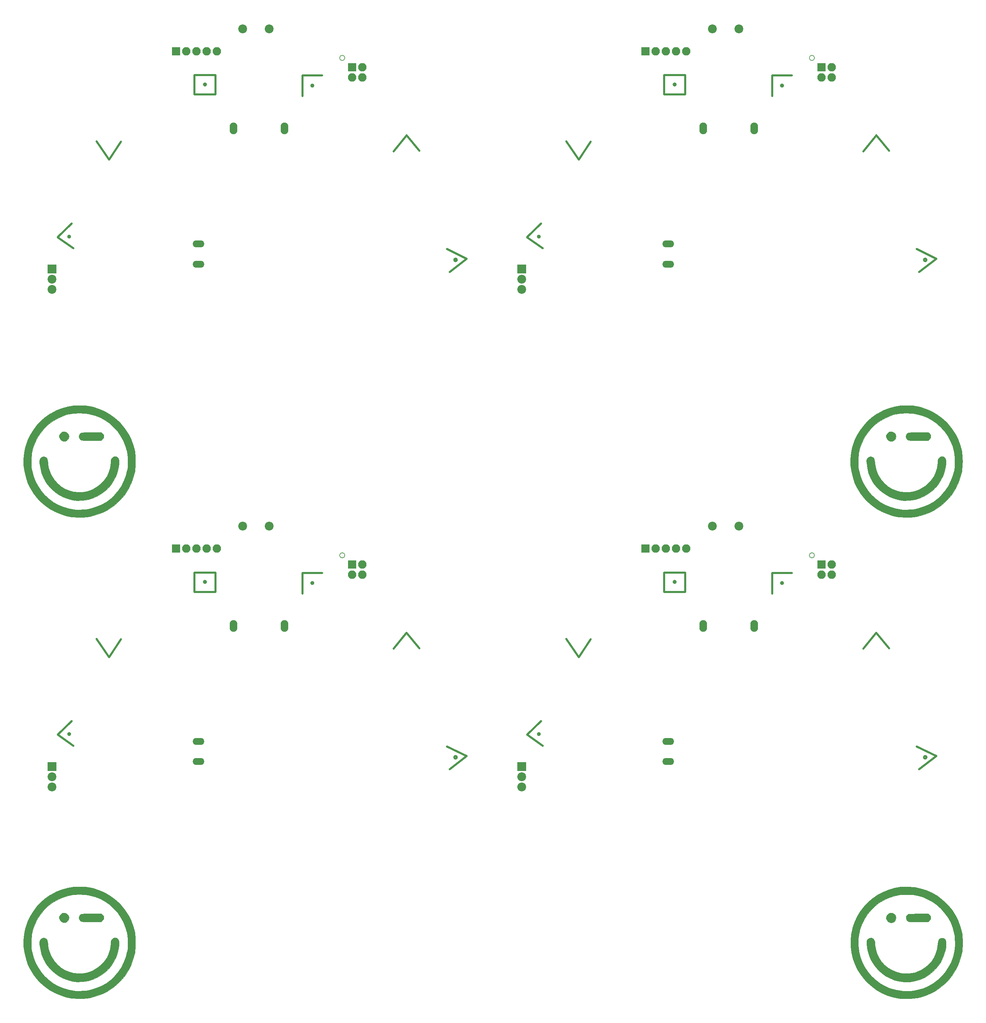
<source format=gbs>
G04 #@! TF.FileFunction,Soldermask,Bot*
%FSLAX46Y46*%
G04 Gerber Fmt 4.6, Leading zero omitted, Abs format (unit mm)*
G04 Created by KiCad (PCBNEW 4.0.7-e2-6376~58~ubuntu16.04.1) date Sat Nov  3 10:39:17 2018*
%MOMM*%
%LPD*%
G01*
G04 APERTURE LIST*
%ADD10C,0.150000*%
%ADD11C,0.500000*%
%ADD12C,0.200000*%
%ADD13C,0.010000*%
%ADD14R,2.200000X2.200000*%
%ADD15C,2.200000*%
%ADD16O,2.924000X1.700000*%
%ADD17R,2.100000X2.100000*%
%ADD18O,2.100000X2.100000*%
%ADD19O,1.900000X2.924000*%
G04 APERTURE END LIST*
D10*
D11*
X246000000Y-129575000D02*
X250900000Y-131975000D01*
X129000000Y-129575000D02*
X133900000Y-131975000D01*
X246000000Y-5575000D02*
X250900000Y-7975000D01*
X250900000Y-131975000D02*
X246600000Y-135300000D01*
X133900000Y-131975000D02*
X129600000Y-135300000D01*
X250900000Y-7975000D02*
X246600000Y-11300000D01*
X248428824Y-132275000D02*
G75*
G03X248428824Y-132275000I-328824J0D01*
G01*
X131428824Y-132275000D02*
G75*
G03X131428824Y-132275000I-328824J0D01*
G01*
X248428824Y-8275000D02*
G75*
G03X248428824Y-8275000I-328824J0D01*
G01*
X152087171Y-126475000D02*
G75*
G03X152087171Y-126475000I-237171J0D01*
G01*
X35087171Y-126475000D02*
G75*
G03X35087171Y-126475000I-237171J0D01*
G01*
X152087171Y-2475000D02*
G75*
G03X152087171Y-2475000I-237171J0D01*
G01*
X148975000Y-126625000D02*
X152450000Y-123225000D01*
X31975000Y-126625000D02*
X35450000Y-123225000D01*
X148975000Y-2625000D02*
X152450000Y775000D01*
X148975000Y-126650000D02*
X152875000Y-129400000D01*
X31975000Y-126650000D02*
X35875000Y-129400000D01*
X148975000Y-2650000D02*
X152875000Y-5400000D01*
X161800000Y-107300000D02*
X164750000Y-102825000D01*
X44800000Y-107300000D02*
X47750000Y-102825000D01*
X161800000Y16700000D02*
X164750000Y21175000D01*
X161775000Y-107300000D02*
X158700000Y-102725000D01*
X44775000Y-107300000D02*
X41700000Y-102725000D01*
X161775000Y16700000D02*
X158700000Y21275000D01*
X235900000Y-101250000D02*
X232700000Y-105225000D01*
X118900000Y-101250000D02*
X115700000Y-105225000D01*
X235900000Y22750000D02*
X232700000Y18775000D01*
X235925000Y-101200000D02*
X239075000Y-105100000D01*
X118925000Y-101200000D02*
X122075000Y-105100000D01*
X235925000Y22800000D02*
X239075000Y18900000D01*
X183075000Y-86200000D02*
X188325000Y-86200000D01*
X66075000Y-86200000D02*
X71325000Y-86200000D01*
X183075000Y37800000D02*
X188325000Y37800000D01*
X188325000Y-86200000D02*
X188325000Y-91050000D01*
X71325000Y-86200000D02*
X71325000Y-91050000D01*
X188325000Y37800000D02*
X188325000Y32950000D01*
X188325000Y-91050000D02*
X183100000Y-91025000D01*
X71325000Y-91050000D02*
X66100000Y-91025000D01*
X188325000Y32950000D02*
X183100000Y32975000D01*
X183100000Y-91025000D02*
X183050000Y-91025000D01*
X66100000Y-91025000D02*
X66050000Y-91025000D01*
X183100000Y32975000D02*
X183050000Y32975000D01*
X183050000Y-91025000D02*
X183050000Y-86200000D01*
X66050000Y-91025000D02*
X66050000Y-86200000D01*
X183050000Y32975000D02*
X183050000Y37800000D01*
X185932391Y-88550000D02*
G75*
G03X185932391Y-88550000I-257391J0D01*
G01*
X68932391Y-88550000D02*
G75*
G03X68932391Y-88550000I-257391J0D01*
G01*
X185932391Y35450000D02*
G75*
G03X185932391Y35450000I-257391J0D01*
G01*
X212675000Y-88825000D02*
G75*
G03X212675000Y-88825000I-250000J0D01*
G01*
X95675000Y-88825000D02*
G75*
G03X95675000Y-88825000I-250000J0D01*
G01*
X212675000Y35175000D02*
G75*
G03X212675000Y35175000I-250000J0D01*
G01*
X209975000Y-91450000D02*
X209975000Y-86325000D01*
X92975000Y-91450000D02*
X92975000Y-86325000D01*
X209975000Y32550000D02*
X209975000Y37675000D01*
X209975000Y-86325000D02*
X214925000Y-86325000D01*
X92975000Y-86325000D02*
X97925000Y-86325000D01*
X209975000Y37675000D02*
X214925000Y37675000D01*
D12*
X220525000Y-81925000D02*
G75*
G03X220525000Y-81925000I-650000J0D01*
G01*
X103525000Y-81925000D02*
G75*
G03X103525000Y-81925000I-650000J0D01*
G01*
X220525000Y42075000D02*
G75*
G03X220525000Y42075000I-650000J0D01*
G01*
X103525000Y42075000D02*
G75*
G03X103525000Y42075000I-650000J0D01*
G01*
D11*
X92975000Y37675000D02*
X97925000Y37675000D01*
X92975000Y32550000D02*
X92975000Y37675000D01*
X95675000Y35175000D02*
G75*
G03X95675000Y35175000I-250000J0D01*
G01*
X68932391Y35450000D02*
G75*
G03X68932391Y35450000I-257391J0D01*
G01*
X66050000Y32975000D02*
X66050000Y37800000D01*
X66100000Y32975000D02*
X66050000Y32975000D01*
X71325000Y32950000D02*
X66100000Y32975000D01*
X71325000Y37800000D02*
X71325000Y32950000D01*
X66075000Y37800000D02*
X71325000Y37800000D01*
X118925000Y22800000D02*
X122075000Y18900000D01*
X118900000Y22750000D02*
X115700000Y18775000D01*
X44775000Y16700000D02*
X41700000Y21275000D01*
X44800000Y16700000D02*
X47750000Y21175000D01*
X31975000Y-2650000D02*
X35875000Y-5400000D01*
X31975000Y-2625000D02*
X35450000Y775000D01*
X35087171Y-2475000D02*
G75*
G03X35087171Y-2475000I-237171J0D01*
G01*
X131428824Y-8275000D02*
G75*
G03X131428824Y-8275000I-328824J0D01*
G01*
X133900000Y-7975000D02*
X129600000Y-11300000D01*
X129000000Y-5575000D02*
X133900000Y-7975000D01*
D13*
G36*
X244431395Y-192404411D02*
X245199389Y-192348772D01*
X245878065Y-192265492D01*
X246225750Y-192202015D01*
X247732978Y-191795915D01*
X249160835Y-191244065D01*
X250501969Y-190553971D01*
X251749032Y-189733136D01*
X252894673Y-188789066D01*
X253931543Y-187729264D01*
X254852291Y-186561234D01*
X255649568Y-185292482D01*
X256316024Y-183930511D01*
X256844308Y-182482827D01*
X257223966Y-180972666D01*
X257294261Y-180488619D01*
X257344047Y-179878817D01*
X257373361Y-179185591D01*
X257382237Y-178451270D01*
X257370713Y-177718181D01*
X257338824Y-177028654D01*
X257286605Y-176425018D01*
X257219732Y-175977333D01*
X256837823Y-174470816D01*
X256306517Y-173030450D01*
X255631737Y-171667539D01*
X254819406Y-170393383D01*
X253875447Y-169219285D01*
X253431757Y-168749219D01*
X252267500Y-167688222D01*
X251025175Y-166776461D01*
X249708236Y-166015704D01*
X248320135Y-165407719D01*
X246864323Y-164954276D01*
X245484569Y-164677584D01*
X244937799Y-164614740D01*
X244292155Y-164571117D01*
X243604927Y-164548056D01*
X242933409Y-164546898D01*
X242334891Y-164568983D01*
X242013094Y-164596330D01*
X240544484Y-164844181D01*
X239088841Y-165250392D01*
X237675632Y-165804798D01*
X236334324Y-166497233D01*
X236103769Y-166635152D01*
X234927862Y-167450895D01*
X233833447Y-168403542D01*
X232833908Y-169474961D01*
X231942634Y-170647021D01*
X231173011Y-171901590D01*
X230538425Y-173220538D01*
X230052265Y-174585733D01*
X229943196Y-174979052D01*
X229639911Y-176474752D01*
X229501898Y-177974809D01*
X229507400Y-178317189D01*
X231409711Y-178317189D01*
X231437937Y-177538136D01*
X231501748Y-176823045D01*
X231550668Y-176485333D01*
X231867681Y-175113578D01*
X232335216Y-173806660D01*
X232943755Y-172574096D01*
X233683779Y-171425402D01*
X234545768Y-170370093D01*
X235520205Y-169417683D01*
X236597569Y-168577690D01*
X237768343Y-167859628D01*
X239023008Y-167273013D01*
X240352045Y-166827361D01*
X241460334Y-166579095D01*
X241883688Y-166527792D01*
X242430161Y-166495922D01*
X243057563Y-166482693D01*
X243723708Y-166487315D01*
X244386409Y-166508996D01*
X245003479Y-166546947D01*
X245532731Y-166600376D01*
X245905334Y-166662414D01*
X247298906Y-167047720D01*
X248591738Y-167565951D01*
X249795709Y-168223576D01*
X250922699Y-169027068D01*
X251964784Y-169963118D01*
X252932166Y-171037376D01*
X253746257Y-172180919D01*
X254411249Y-173401460D01*
X254931332Y-174706711D01*
X255310698Y-176104384D01*
X255316322Y-176130715D01*
X255419722Y-176778312D01*
X255485577Y-177537347D01*
X255513455Y-178354043D01*
X255502924Y-179174621D01*
X255453549Y-179945305D01*
X255364901Y-180612315D01*
X255352872Y-180676333D01*
X254998700Y-182073319D01*
X254498538Y-183396175D01*
X253861018Y-184636065D01*
X253094771Y-185784154D01*
X252208428Y-186831606D01*
X251210620Y-187769585D01*
X250109979Y-188589256D01*
X248915136Y-189281782D01*
X247634723Y-189838329D01*
X246277370Y-190250060D01*
X245922182Y-190330351D01*
X245186968Y-190451347D01*
X244360190Y-190530939D01*
X243506646Y-190566267D01*
X242691138Y-190554472D01*
X242045107Y-190501434D01*
X240634524Y-190242491D01*
X239289473Y-189832429D01*
X238018787Y-189279688D01*
X236831299Y-188592707D01*
X235735844Y-187779926D01*
X234741255Y-186849785D01*
X233856365Y-185810725D01*
X233090008Y-184671184D01*
X232451019Y-183439602D01*
X231948229Y-182124421D01*
X231590474Y-180734078D01*
X231540075Y-180464666D01*
X231460627Y-179837800D01*
X231417223Y-179102858D01*
X231409711Y-178317189D01*
X229507400Y-178317189D01*
X229525885Y-179467231D01*
X229708602Y-180940024D01*
X230046778Y-182381197D01*
X230537142Y-183778756D01*
X231176424Y-185120710D01*
X231961353Y-186395066D01*
X232888658Y-187589830D01*
X233586815Y-188338666D01*
X234752760Y-189387870D01*
X235996321Y-190288234D01*
X237313061Y-191037505D01*
X238698542Y-191633431D01*
X240148327Y-192073757D01*
X241437918Y-192325495D01*
X242077344Y-192392951D01*
X242821789Y-192427754D01*
X243622667Y-192431156D01*
X244431395Y-192404411D01*
X244431395Y-192404411D01*
G37*
X244431395Y-192404411D02*
X245199389Y-192348772D01*
X245878065Y-192265492D01*
X246225750Y-192202015D01*
X247732978Y-191795915D01*
X249160835Y-191244065D01*
X250501969Y-190553971D01*
X251749032Y-189733136D01*
X252894673Y-188789066D01*
X253931543Y-187729264D01*
X254852291Y-186561234D01*
X255649568Y-185292482D01*
X256316024Y-183930511D01*
X256844308Y-182482827D01*
X257223966Y-180972666D01*
X257294261Y-180488619D01*
X257344047Y-179878817D01*
X257373361Y-179185591D01*
X257382237Y-178451270D01*
X257370713Y-177718181D01*
X257338824Y-177028654D01*
X257286605Y-176425018D01*
X257219732Y-175977333D01*
X256837823Y-174470816D01*
X256306517Y-173030450D01*
X255631737Y-171667539D01*
X254819406Y-170393383D01*
X253875447Y-169219285D01*
X253431757Y-168749219D01*
X252267500Y-167688222D01*
X251025175Y-166776461D01*
X249708236Y-166015704D01*
X248320135Y-165407719D01*
X246864323Y-164954276D01*
X245484569Y-164677584D01*
X244937799Y-164614740D01*
X244292155Y-164571117D01*
X243604927Y-164548056D01*
X242933409Y-164546898D01*
X242334891Y-164568983D01*
X242013094Y-164596330D01*
X240544484Y-164844181D01*
X239088841Y-165250392D01*
X237675632Y-165804798D01*
X236334324Y-166497233D01*
X236103769Y-166635152D01*
X234927862Y-167450895D01*
X233833447Y-168403542D01*
X232833908Y-169474961D01*
X231942634Y-170647021D01*
X231173011Y-171901590D01*
X230538425Y-173220538D01*
X230052265Y-174585733D01*
X229943196Y-174979052D01*
X229639911Y-176474752D01*
X229501898Y-177974809D01*
X229507400Y-178317189D01*
X231409711Y-178317189D01*
X231437937Y-177538136D01*
X231501748Y-176823045D01*
X231550668Y-176485333D01*
X231867681Y-175113578D01*
X232335216Y-173806660D01*
X232943755Y-172574096D01*
X233683779Y-171425402D01*
X234545768Y-170370093D01*
X235520205Y-169417683D01*
X236597569Y-168577690D01*
X237768343Y-167859628D01*
X239023008Y-167273013D01*
X240352045Y-166827361D01*
X241460334Y-166579095D01*
X241883688Y-166527792D01*
X242430161Y-166495922D01*
X243057563Y-166482693D01*
X243723708Y-166487315D01*
X244386409Y-166508996D01*
X245003479Y-166546947D01*
X245532731Y-166600376D01*
X245905334Y-166662414D01*
X247298906Y-167047720D01*
X248591738Y-167565951D01*
X249795709Y-168223576D01*
X250922699Y-169027068D01*
X251964784Y-169963118D01*
X252932166Y-171037376D01*
X253746257Y-172180919D01*
X254411249Y-173401460D01*
X254931332Y-174706711D01*
X255310698Y-176104384D01*
X255316322Y-176130715D01*
X255419722Y-176778312D01*
X255485577Y-177537347D01*
X255513455Y-178354043D01*
X255502924Y-179174621D01*
X255453549Y-179945305D01*
X255364901Y-180612315D01*
X255352872Y-180676333D01*
X254998700Y-182073319D01*
X254498538Y-183396175D01*
X253861018Y-184636065D01*
X253094771Y-185784154D01*
X252208428Y-186831606D01*
X251210620Y-187769585D01*
X250109979Y-188589256D01*
X248915136Y-189281782D01*
X247634723Y-189838329D01*
X246277370Y-190250060D01*
X245922182Y-190330351D01*
X245186968Y-190451347D01*
X244360190Y-190530939D01*
X243506646Y-190566267D01*
X242691138Y-190554472D01*
X242045107Y-190501434D01*
X240634524Y-190242491D01*
X239289473Y-189832429D01*
X238018787Y-189279688D01*
X236831299Y-188592707D01*
X235735844Y-187779926D01*
X234741255Y-186849785D01*
X233856365Y-185810725D01*
X233090008Y-184671184D01*
X232451019Y-183439602D01*
X231948229Y-182124421D01*
X231590474Y-180734078D01*
X231540075Y-180464666D01*
X231460627Y-179837800D01*
X231417223Y-179102858D01*
X231409711Y-178317189D01*
X229507400Y-178317189D01*
X229525885Y-179467231D01*
X229708602Y-180940024D01*
X230046778Y-182381197D01*
X230537142Y-183778756D01*
X231176424Y-185120710D01*
X231961353Y-186395066D01*
X232888658Y-187589830D01*
X233586815Y-188338666D01*
X234752760Y-189387870D01*
X235996321Y-190288234D01*
X237313061Y-191037505D01*
X238698542Y-191633431D01*
X240148327Y-192073757D01*
X241437918Y-192325495D01*
X242077344Y-192392951D01*
X242821789Y-192427754D01*
X243622667Y-192431156D01*
X244431395Y-192404411D01*
G36*
X239896409Y-173475033D02*
X240246295Y-173325652D01*
X240537375Y-173070806D01*
X240739998Y-172723738D01*
X240824517Y-172297687D01*
X240825334Y-172249198D01*
X240748191Y-171846356D01*
X240538232Y-171504608D01*
X240227657Y-171247067D01*
X239848669Y-171096845D01*
X239433468Y-171077055D01*
X239246436Y-171115965D01*
X238988867Y-171254045D01*
X238724562Y-171491362D01*
X238509010Y-171769663D01*
X238404239Y-172000109D01*
X238387159Y-172402465D01*
X238524721Y-172804725D01*
X238790395Y-173157983D01*
X239138811Y-173404439D01*
X239517365Y-173505709D01*
X239896409Y-173475033D01*
X239896409Y-173475033D01*
G37*
X239896409Y-173475033D02*
X240246295Y-173325652D01*
X240537375Y-173070806D01*
X240739998Y-172723738D01*
X240824517Y-172297687D01*
X240825334Y-172249198D01*
X240748191Y-171846356D01*
X240538232Y-171504608D01*
X240227657Y-171247067D01*
X239848669Y-171096845D01*
X239433468Y-171077055D01*
X239246436Y-171115965D01*
X238988867Y-171254045D01*
X238724562Y-171491362D01*
X238509010Y-171769663D01*
X238404239Y-172000109D01*
X238387159Y-172402465D01*
X238524721Y-172804725D01*
X238790395Y-173157983D01*
X239138811Y-173404439D01*
X239517365Y-173505709D01*
X239896409Y-173475033D01*
G36*
X246075041Y-173300012D02*
X246610468Y-173294664D01*
X248881936Y-173268000D01*
X249171635Y-172951743D01*
X249356707Y-172719853D01*
X249441740Y-172506399D01*
X249461334Y-172244777D01*
X249440142Y-171971950D01*
X249352079Y-171770287D01*
X249173467Y-171566200D01*
X248885600Y-171278333D01*
X246442967Y-171281723D01*
X245697330Y-171284358D01*
X245103224Y-171290518D01*
X244642866Y-171301029D01*
X244298476Y-171316718D01*
X244052271Y-171338412D01*
X243886471Y-171366938D01*
X243783294Y-171403122D01*
X243778632Y-171405595D01*
X243514569Y-171637469D01*
X243359784Y-171959071D01*
X243321378Y-172325096D01*
X243406454Y-172690237D01*
X243541434Y-172918706D01*
X243645444Y-173032179D01*
X243771998Y-173122166D01*
X243940209Y-173191009D01*
X244169189Y-173241050D01*
X244478050Y-173274629D01*
X244885904Y-173294089D01*
X245411864Y-173301769D01*
X246075041Y-173300012D01*
X246075041Y-173300012D01*
G37*
X246075041Y-173300012D02*
X246610468Y-173294664D01*
X248881936Y-173268000D01*
X249171635Y-172951743D01*
X249356707Y-172719853D01*
X249441740Y-172506399D01*
X249461334Y-172244777D01*
X249440142Y-171971950D01*
X249352079Y-171770287D01*
X249173467Y-171566200D01*
X248885600Y-171278333D01*
X246442967Y-171281723D01*
X245697330Y-171284358D01*
X245103224Y-171290518D01*
X244642866Y-171301029D01*
X244298476Y-171316718D01*
X244052271Y-171338412D01*
X243886471Y-171366938D01*
X243783294Y-171403122D01*
X243778632Y-171405595D01*
X243514569Y-171637469D01*
X243359784Y-171959071D01*
X243321378Y-172325096D01*
X243406454Y-172690237D01*
X243541434Y-172918706D01*
X243645444Y-173032179D01*
X243771998Y-173122166D01*
X243940209Y-173191009D01*
X244169189Y-173241050D01*
X244478050Y-173274629D01*
X244885904Y-173294089D01*
X245411864Y-173301769D01*
X246075041Y-173300012D01*
G36*
X244032070Y-188243498D02*
X244269011Y-188222045D01*
X245582801Y-188006465D01*
X246815526Y-187642509D01*
X247970552Y-187128585D01*
X249051247Y-186463098D01*
X250060977Y-185644455D01*
X250398633Y-185321061D01*
X251249234Y-184360407D01*
X251953938Y-183319789D01*
X252516519Y-182192082D01*
X252940753Y-180970161D01*
X253138284Y-180150736D01*
X253215009Y-179671705D01*
X253259539Y-179171292D01*
X253271981Y-178688157D01*
X253252439Y-178260957D01*
X253201017Y-177928352D01*
X253131761Y-177748027D01*
X252856130Y-177468042D01*
X252507325Y-177322107D01*
X252126138Y-177319031D01*
X251773904Y-177454786D01*
X251581758Y-177594093D01*
X251444772Y-177761152D01*
X251350357Y-177989276D01*
X251285925Y-178311774D01*
X251238886Y-178761960D01*
X251228370Y-178898333D01*
X251062188Y-180053970D01*
X250742854Y-181145026D01*
X250277390Y-182161154D01*
X249672817Y-183092008D01*
X248936154Y-183927240D01*
X248074424Y-184656503D01*
X247094646Y-185269449D01*
X246806014Y-185415967D01*
X246230796Y-185680300D01*
X245731076Y-185871409D01*
X245252818Y-186002492D01*
X244741987Y-186086747D01*
X244144546Y-186137373D01*
X243781080Y-186154815D01*
X243205518Y-186169990D01*
X242745720Y-186161978D01*
X242349350Y-186128014D01*
X241964074Y-186065334D01*
X241919743Y-186056490D01*
X240801458Y-185747985D01*
X239757762Y-185295142D01*
X238801089Y-184707038D01*
X237943876Y-183992749D01*
X237198557Y-183161352D01*
X236577568Y-182221924D01*
X236518143Y-182113789D01*
X236153998Y-181369266D01*
X235890383Y-180654486D01*
X235709773Y-179909249D01*
X235594644Y-179073357D01*
X235577223Y-178881580D01*
X235521868Y-178371908D01*
X235446571Y-178000793D01*
X235338782Y-177737618D01*
X235185951Y-177551769D01*
X234975528Y-177412630D01*
X234974965Y-177412339D01*
X234590518Y-177298797D01*
X234207717Y-177354058D01*
X233958688Y-177483098D01*
X233707300Y-177717046D01*
X233556188Y-178027422D01*
X233496501Y-178441183D01*
X233507946Y-178856000D01*
X233685846Y-180187869D01*
X234009230Y-181436755D01*
X234481440Y-182611706D01*
X235105819Y-183721768D01*
X235528438Y-184325422D01*
X236330765Y-185257979D01*
X237243569Y-186080078D01*
X238248845Y-186783689D01*
X239328585Y-187360788D01*
X240464784Y-187803345D01*
X241639435Y-188103334D01*
X242834533Y-188252728D01*
X244032070Y-188243498D01*
X244032070Y-188243498D01*
G37*
X244032070Y-188243498D02*
X244269011Y-188222045D01*
X245582801Y-188006465D01*
X246815526Y-187642509D01*
X247970552Y-187128585D01*
X249051247Y-186463098D01*
X250060977Y-185644455D01*
X250398633Y-185321061D01*
X251249234Y-184360407D01*
X251953938Y-183319789D01*
X252516519Y-182192082D01*
X252940753Y-180970161D01*
X253138284Y-180150736D01*
X253215009Y-179671705D01*
X253259539Y-179171292D01*
X253271981Y-178688157D01*
X253252439Y-178260957D01*
X253201017Y-177928352D01*
X253131761Y-177748027D01*
X252856130Y-177468042D01*
X252507325Y-177322107D01*
X252126138Y-177319031D01*
X251773904Y-177454786D01*
X251581758Y-177594093D01*
X251444772Y-177761152D01*
X251350357Y-177989276D01*
X251285925Y-178311774D01*
X251238886Y-178761960D01*
X251228370Y-178898333D01*
X251062188Y-180053970D01*
X250742854Y-181145026D01*
X250277390Y-182161154D01*
X249672817Y-183092008D01*
X248936154Y-183927240D01*
X248074424Y-184656503D01*
X247094646Y-185269449D01*
X246806014Y-185415967D01*
X246230796Y-185680300D01*
X245731076Y-185871409D01*
X245252818Y-186002492D01*
X244741987Y-186086747D01*
X244144546Y-186137373D01*
X243781080Y-186154815D01*
X243205518Y-186169990D01*
X242745720Y-186161978D01*
X242349350Y-186128014D01*
X241964074Y-186065334D01*
X241919743Y-186056490D01*
X240801458Y-185747985D01*
X239757762Y-185295142D01*
X238801089Y-184707038D01*
X237943876Y-183992749D01*
X237198557Y-183161352D01*
X236577568Y-182221924D01*
X236518143Y-182113789D01*
X236153998Y-181369266D01*
X235890383Y-180654486D01*
X235709773Y-179909249D01*
X235594644Y-179073357D01*
X235577223Y-178881580D01*
X235521868Y-178371908D01*
X235446571Y-178000793D01*
X235338782Y-177737618D01*
X235185951Y-177551769D01*
X234975528Y-177412630D01*
X234974965Y-177412339D01*
X234590518Y-177298797D01*
X234207717Y-177354058D01*
X233958688Y-177483098D01*
X233707300Y-177717046D01*
X233556188Y-178027422D01*
X233496501Y-178441183D01*
X233507946Y-178856000D01*
X233685846Y-180187869D01*
X234009230Y-181436755D01*
X234481440Y-182611706D01*
X235105819Y-183721768D01*
X235528438Y-184325422D01*
X236330765Y-185257979D01*
X237243569Y-186080078D01*
X238248845Y-186783689D01*
X239328585Y-187360788D01*
X240464784Y-187803345D01*
X241639435Y-188103334D01*
X242834533Y-188252728D01*
X244032070Y-188243498D01*
G36*
X38406395Y-192379411D02*
X39174389Y-192323772D01*
X39853065Y-192240492D01*
X40200750Y-192177015D01*
X41707978Y-191770915D01*
X43135835Y-191219065D01*
X44476969Y-190528971D01*
X45724032Y-189708136D01*
X46869673Y-188764066D01*
X47906543Y-187704264D01*
X48827291Y-186536234D01*
X49624568Y-185267482D01*
X50291024Y-183905511D01*
X50819308Y-182457827D01*
X51198966Y-180947666D01*
X51269261Y-180463619D01*
X51319047Y-179853817D01*
X51348361Y-179160591D01*
X51357237Y-178426270D01*
X51345713Y-177693181D01*
X51313824Y-177003654D01*
X51261605Y-176400018D01*
X51194732Y-175952333D01*
X50812823Y-174445816D01*
X50281517Y-173005450D01*
X49606737Y-171642539D01*
X48794406Y-170368383D01*
X47850447Y-169194285D01*
X47406757Y-168724219D01*
X46242500Y-167663222D01*
X45000175Y-166751461D01*
X43683236Y-165990704D01*
X42295135Y-165382719D01*
X40839323Y-164929276D01*
X39459569Y-164652584D01*
X38912799Y-164589740D01*
X38267155Y-164546117D01*
X37579927Y-164523056D01*
X36908409Y-164521898D01*
X36309891Y-164543983D01*
X35988094Y-164571330D01*
X34519484Y-164819181D01*
X33063841Y-165225392D01*
X31650632Y-165779798D01*
X30309324Y-166472233D01*
X30078769Y-166610152D01*
X28902862Y-167425895D01*
X27808447Y-168378542D01*
X26808908Y-169449961D01*
X25917634Y-170622021D01*
X25148011Y-171876590D01*
X24513425Y-173195538D01*
X24027265Y-174560733D01*
X23918196Y-174954052D01*
X23614911Y-176449752D01*
X23476898Y-177949809D01*
X23482400Y-178292189D01*
X25384711Y-178292189D01*
X25412937Y-177513136D01*
X25476748Y-176798045D01*
X25525668Y-176460333D01*
X25842681Y-175088578D01*
X26310216Y-173781660D01*
X26918755Y-172549096D01*
X27658779Y-171400402D01*
X28520768Y-170345093D01*
X29495205Y-169392683D01*
X30572569Y-168552690D01*
X31743343Y-167834628D01*
X32998008Y-167248013D01*
X34327045Y-166802361D01*
X35435334Y-166554095D01*
X35858688Y-166502792D01*
X36405161Y-166470922D01*
X37032563Y-166457693D01*
X37698708Y-166462315D01*
X38361409Y-166483996D01*
X38978479Y-166521947D01*
X39507731Y-166575376D01*
X39880334Y-166637414D01*
X41273906Y-167022720D01*
X42566738Y-167540951D01*
X43770709Y-168198576D01*
X44897699Y-169002068D01*
X45939784Y-169938118D01*
X46907166Y-171012376D01*
X47721257Y-172155919D01*
X48386249Y-173376460D01*
X48906332Y-174681711D01*
X49285698Y-176079384D01*
X49291322Y-176105715D01*
X49394722Y-176753312D01*
X49460577Y-177512347D01*
X49488455Y-178329043D01*
X49477924Y-179149621D01*
X49428549Y-179920305D01*
X49339901Y-180587315D01*
X49327872Y-180651333D01*
X48973700Y-182048319D01*
X48473538Y-183371175D01*
X47836018Y-184611065D01*
X47069771Y-185759154D01*
X46183428Y-186806606D01*
X45185620Y-187744585D01*
X44084979Y-188564256D01*
X42890136Y-189256782D01*
X41609723Y-189813329D01*
X40252370Y-190225060D01*
X39897182Y-190305351D01*
X39161968Y-190426347D01*
X38335190Y-190505939D01*
X37481646Y-190541267D01*
X36666138Y-190529472D01*
X36020107Y-190476434D01*
X34609524Y-190217491D01*
X33264473Y-189807429D01*
X31993787Y-189254688D01*
X30806299Y-188567707D01*
X29710844Y-187754926D01*
X28716255Y-186824785D01*
X27831365Y-185785725D01*
X27065008Y-184646184D01*
X26426019Y-183414602D01*
X25923229Y-182099421D01*
X25565474Y-180709078D01*
X25515075Y-180439666D01*
X25435627Y-179812800D01*
X25392223Y-179077858D01*
X25384711Y-178292189D01*
X23482400Y-178292189D01*
X23500885Y-179442231D01*
X23683602Y-180915024D01*
X24021778Y-182356197D01*
X24512142Y-183753756D01*
X25151424Y-185095710D01*
X25936353Y-186370066D01*
X26863658Y-187564830D01*
X27561815Y-188313666D01*
X28727760Y-189362870D01*
X29971321Y-190263234D01*
X31288061Y-191012505D01*
X32673542Y-191608431D01*
X34123327Y-192048757D01*
X35412918Y-192300495D01*
X36052344Y-192367951D01*
X36796789Y-192402754D01*
X37597667Y-192406156D01*
X38406395Y-192379411D01*
X38406395Y-192379411D01*
G37*
X38406395Y-192379411D02*
X39174389Y-192323772D01*
X39853065Y-192240492D01*
X40200750Y-192177015D01*
X41707978Y-191770915D01*
X43135835Y-191219065D01*
X44476969Y-190528971D01*
X45724032Y-189708136D01*
X46869673Y-188764066D01*
X47906543Y-187704264D01*
X48827291Y-186536234D01*
X49624568Y-185267482D01*
X50291024Y-183905511D01*
X50819308Y-182457827D01*
X51198966Y-180947666D01*
X51269261Y-180463619D01*
X51319047Y-179853817D01*
X51348361Y-179160591D01*
X51357237Y-178426270D01*
X51345713Y-177693181D01*
X51313824Y-177003654D01*
X51261605Y-176400018D01*
X51194732Y-175952333D01*
X50812823Y-174445816D01*
X50281517Y-173005450D01*
X49606737Y-171642539D01*
X48794406Y-170368383D01*
X47850447Y-169194285D01*
X47406757Y-168724219D01*
X46242500Y-167663222D01*
X45000175Y-166751461D01*
X43683236Y-165990704D01*
X42295135Y-165382719D01*
X40839323Y-164929276D01*
X39459569Y-164652584D01*
X38912799Y-164589740D01*
X38267155Y-164546117D01*
X37579927Y-164523056D01*
X36908409Y-164521898D01*
X36309891Y-164543983D01*
X35988094Y-164571330D01*
X34519484Y-164819181D01*
X33063841Y-165225392D01*
X31650632Y-165779798D01*
X30309324Y-166472233D01*
X30078769Y-166610152D01*
X28902862Y-167425895D01*
X27808447Y-168378542D01*
X26808908Y-169449961D01*
X25917634Y-170622021D01*
X25148011Y-171876590D01*
X24513425Y-173195538D01*
X24027265Y-174560733D01*
X23918196Y-174954052D01*
X23614911Y-176449752D01*
X23476898Y-177949809D01*
X23482400Y-178292189D01*
X25384711Y-178292189D01*
X25412937Y-177513136D01*
X25476748Y-176798045D01*
X25525668Y-176460333D01*
X25842681Y-175088578D01*
X26310216Y-173781660D01*
X26918755Y-172549096D01*
X27658779Y-171400402D01*
X28520768Y-170345093D01*
X29495205Y-169392683D01*
X30572569Y-168552690D01*
X31743343Y-167834628D01*
X32998008Y-167248013D01*
X34327045Y-166802361D01*
X35435334Y-166554095D01*
X35858688Y-166502792D01*
X36405161Y-166470922D01*
X37032563Y-166457693D01*
X37698708Y-166462315D01*
X38361409Y-166483996D01*
X38978479Y-166521947D01*
X39507731Y-166575376D01*
X39880334Y-166637414D01*
X41273906Y-167022720D01*
X42566738Y-167540951D01*
X43770709Y-168198576D01*
X44897699Y-169002068D01*
X45939784Y-169938118D01*
X46907166Y-171012376D01*
X47721257Y-172155919D01*
X48386249Y-173376460D01*
X48906332Y-174681711D01*
X49285698Y-176079384D01*
X49291322Y-176105715D01*
X49394722Y-176753312D01*
X49460577Y-177512347D01*
X49488455Y-178329043D01*
X49477924Y-179149621D01*
X49428549Y-179920305D01*
X49339901Y-180587315D01*
X49327872Y-180651333D01*
X48973700Y-182048319D01*
X48473538Y-183371175D01*
X47836018Y-184611065D01*
X47069771Y-185759154D01*
X46183428Y-186806606D01*
X45185620Y-187744585D01*
X44084979Y-188564256D01*
X42890136Y-189256782D01*
X41609723Y-189813329D01*
X40252370Y-190225060D01*
X39897182Y-190305351D01*
X39161968Y-190426347D01*
X38335190Y-190505939D01*
X37481646Y-190541267D01*
X36666138Y-190529472D01*
X36020107Y-190476434D01*
X34609524Y-190217491D01*
X33264473Y-189807429D01*
X31993787Y-189254688D01*
X30806299Y-188567707D01*
X29710844Y-187754926D01*
X28716255Y-186824785D01*
X27831365Y-185785725D01*
X27065008Y-184646184D01*
X26426019Y-183414602D01*
X25923229Y-182099421D01*
X25565474Y-180709078D01*
X25515075Y-180439666D01*
X25435627Y-179812800D01*
X25392223Y-179077858D01*
X25384711Y-178292189D01*
X23482400Y-178292189D01*
X23500885Y-179442231D01*
X23683602Y-180915024D01*
X24021778Y-182356197D01*
X24512142Y-183753756D01*
X25151424Y-185095710D01*
X25936353Y-186370066D01*
X26863658Y-187564830D01*
X27561815Y-188313666D01*
X28727760Y-189362870D01*
X29971321Y-190263234D01*
X31288061Y-191012505D01*
X32673542Y-191608431D01*
X34123327Y-192048757D01*
X35412918Y-192300495D01*
X36052344Y-192367951D01*
X36796789Y-192402754D01*
X37597667Y-192406156D01*
X38406395Y-192379411D01*
G36*
X33871409Y-173450033D02*
X34221295Y-173300652D01*
X34512375Y-173045806D01*
X34714998Y-172698738D01*
X34799517Y-172272687D01*
X34800334Y-172224198D01*
X34723191Y-171821356D01*
X34513232Y-171479608D01*
X34202657Y-171222067D01*
X33823669Y-171071845D01*
X33408468Y-171052055D01*
X33221436Y-171090965D01*
X32963867Y-171229045D01*
X32699562Y-171466362D01*
X32484010Y-171744663D01*
X32379239Y-171975109D01*
X32362159Y-172377465D01*
X32499721Y-172779725D01*
X32765395Y-173132983D01*
X33113811Y-173379439D01*
X33492365Y-173480709D01*
X33871409Y-173450033D01*
X33871409Y-173450033D01*
G37*
X33871409Y-173450033D02*
X34221295Y-173300652D01*
X34512375Y-173045806D01*
X34714998Y-172698738D01*
X34799517Y-172272687D01*
X34800334Y-172224198D01*
X34723191Y-171821356D01*
X34513232Y-171479608D01*
X34202657Y-171222067D01*
X33823669Y-171071845D01*
X33408468Y-171052055D01*
X33221436Y-171090965D01*
X32963867Y-171229045D01*
X32699562Y-171466362D01*
X32484010Y-171744663D01*
X32379239Y-171975109D01*
X32362159Y-172377465D01*
X32499721Y-172779725D01*
X32765395Y-173132983D01*
X33113811Y-173379439D01*
X33492365Y-173480709D01*
X33871409Y-173450033D01*
G36*
X40050041Y-173275012D02*
X40585468Y-173269664D01*
X42856936Y-173243000D01*
X43146635Y-172926743D01*
X43331707Y-172694853D01*
X43416740Y-172481399D01*
X43436334Y-172219777D01*
X43415142Y-171946950D01*
X43327079Y-171745287D01*
X43148467Y-171541200D01*
X42860600Y-171253333D01*
X40417967Y-171256723D01*
X39672330Y-171259358D01*
X39078224Y-171265518D01*
X38617866Y-171276029D01*
X38273476Y-171291718D01*
X38027271Y-171313412D01*
X37861471Y-171341938D01*
X37758294Y-171378122D01*
X37753632Y-171380595D01*
X37489569Y-171612469D01*
X37334784Y-171934071D01*
X37296378Y-172300096D01*
X37381454Y-172665237D01*
X37516434Y-172893706D01*
X37620444Y-173007179D01*
X37746998Y-173097166D01*
X37915209Y-173166009D01*
X38144189Y-173216050D01*
X38453050Y-173249629D01*
X38860904Y-173269089D01*
X39386864Y-173276769D01*
X40050041Y-173275012D01*
X40050041Y-173275012D01*
G37*
X40050041Y-173275012D02*
X40585468Y-173269664D01*
X42856936Y-173243000D01*
X43146635Y-172926743D01*
X43331707Y-172694853D01*
X43416740Y-172481399D01*
X43436334Y-172219777D01*
X43415142Y-171946950D01*
X43327079Y-171745287D01*
X43148467Y-171541200D01*
X42860600Y-171253333D01*
X40417967Y-171256723D01*
X39672330Y-171259358D01*
X39078224Y-171265518D01*
X38617866Y-171276029D01*
X38273476Y-171291718D01*
X38027271Y-171313412D01*
X37861471Y-171341938D01*
X37758294Y-171378122D01*
X37753632Y-171380595D01*
X37489569Y-171612469D01*
X37334784Y-171934071D01*
X37296378Y-172300096D01*
X37381454Y-172665237D01*
X37516434Y-172893706D01*
X37620444Y-173007179D01*
X37746998Y-173097166D01*
X37915209Y-173166009D01*
X38144189Y-173216050D01*
X38453050Y-173249629D01*
X38860904Y-173269089D01*
X39386864Y-173276769D01*
X40050041Y-173275012D01*
G36*
X38007070Y-188218498D02*
X38244011Y-188197045D01*
X39557801Y-187981465D01*
X40790526Y-187617509D01*
X41945552Y-187103585D01*
X43026247Y-186438098D01*
X44035977Y-185619455D01*
X44373633Y-185296061D01*
X45224234Y-184335407D01*
X45928938Y-183294789D01*
X46491519Y-182167082D01*
X46915753Y-180945161D01*
X47113284Y-180125736D01*
X47190009Y-179646705D01*
X47234539Y-179146292D01*
X47246981Y-178663157D01*
X47227439Y-178235957D01*
X47176017Y-177903352D01*
X47106761Y-177723027D01*
X46831130Y-177443042D01*
X46482325Y-177297107D01*
X46101138Y-177294031D01*
X45748904Y-177429786D01*
X45556758Y-177569093D01*
X45419772Y-177736152D01*
X45325357Y-177964276D01*
X45260925Y-178286774D01*
X45213886Y-178736960D01*
X45203370Y-178873333D01*
X45037188Y-180028970D01*
X44717854Y-181120026D01*
X44252390Y-182136154D01*
X43647817Y-183067008D01*
X42911154Y-183902240D01*
X42049424Y-184631503D01*
X41069646Y-185244449D01*
X40781014Y-185390967D01*
X40205796Y-185655300D01*
X39706076Y-185846409D01*
X39227818Y-185977492D01*
X38716987Y-186061747D01*
X38119546Y-186112373D01*
X37756080Y-186129815D01*
X37180518Y-186144990D01*
X36720720Y-186136978D01*
X36324350Y-186103014D01*
X35939074Y-186040334D01*
X35894743Y-186031490D01*
X34776458Y-185722985D01*
X33732762Y-185270142D01*
X32776089Y-184682038D01*
X31918876Y-183967749D01*
X31173557Y-183136352D01*
X30552568Y-182196924D01*
X30493143Y-182088789D01*
X30128998Y-181344266D01*
X29865383Y-180629486D01*
X29684773Y-179884249D01*
X29569644Y-179048357D01*
X29552223Y-178856580D01*
X29496868Y-178346908D01*
X29421571Y-177975793D01*
X29313782Y-177712618D01*
X29160951Y-177526769D01*
X28950528Y-177387630D01*
X28949965Y-177387339D01*
X28565518Y-177273797D01*
X28182717Y-177329058D01*
X27933688Y-177458098D01*
X27682300Y-177692046D01*
X27531188Y-178002422D01*
X27471501Y-178416183D01*
X27482946Y-178831000D01*
X27660846Y-180162869D01*
X27984230Y-181411755D01*
X28456440Y-182586706D01*
X29080819Y-183696768D01*
X29503438Y-184300422D01*
X30305765Y-185232979D01*
X31218569Y-186055078D01*
X32223845Y-186758689D01*
X33303585Y-187335788D01*
X34439784Y-187778345D01*
X35614435Y-188078334D01*
X36809533Y-188227728D01*
X38007070Y-188218498D01*
X38007070Y-188218498D01*
G37*
X38007070Y-188218498D02*
X38244011Y-188197045D01*
X39557801Y-187981465D01*
X40790526Y-187617509D01*
X41945552Y-187103585D01*
X43026247Y-186438098D01*
X44035977Y-185619455D01*
X44373633Y-185296061D01*
X45224234Y-184335407D01*
X45928938Y-183294789D01*
X46491519Y-182167082D01*
X46915753Y-180945161D01*
X47113284Y-180125736D01*
X47190009Y-179646705D01*
X47234539Y-179146292D01*
X47246981Y-178663157D01*
X47227439Y-178235957D01*
X47176017Y-177903352D01*
X47106761Y-177723027D01*
X46831130Y-177443042D01*
X46482325Y-177297107D01*
X46101138Y-177294031D01*
X45748904Y-177429786D01*
X45556758Y-177569093D01*
X45419772Y-177736152D01*
X45325357Y-177964276D01*
X45260925Y-178286774D01*
X45213886Y-178736960D01*
X45203370Y-178873333D01*
X45037188Y-180028970D01*
X44717854Y-181120026D01*
X44252390Y-182136154D01*
X43647817Y-183067008D01*
X42911154Y-183902240D01*
X42049424Y-184631503D01*
X41069646Y-185244449D01*
X40781014Y-185390967D01*
X40205796Y-185655300D01*
X39706076Y-185846409D01*
X39227818Y-185977492D01*
X38716987Y-186061747D01*
X38119546Y-186112373D01*
X37756080Y-186129815D01*
X37180518Y-186144990D01*
X36720720Y-186136978D01*
X36324350Y-186103014D01*
X35939074Y-186040334D01*
X35894743Y-186031490D01*
X34776458Y-185722985D01*
X33732762Y-185270142D01*
X32776089Y-184682038D01*
X31918876Y-183967749D01*
X31173557Y-183136352D01*
X30552568Y-182196924D01*
X30493143Y-182088789D01*
X30128998Y-181344266D01*
X29865383Y-180629486D01*
X29684773Y-179884249D01*
X29569644Y-179048357D01*
X29552223Y-178856580D01*
X29496868Y-178346908D01*
X29421571Y-177975793D01*
X29313782Y-177712618D01*
X29160951Y-177526769D01*
X28950528Y-177387630D01*
X28949965Y-177387339D01*
X28565518Y-177273797D01*
X28182717Y-177329058D01*
X27933688Y-177458098D01*
X27682300Y-177692046D01*
X27531188Y-178002422D01*
X27471501Y-178416183D01*
X27482946Y-178831000D01*
X27660846Y-180162869D01*
X27984230Y-181411755D01*
X28456440Y-182586706D01*
X29080819Y-183696768D01*
X29503438Y-184300422D01*
X30305765Y-185232979D01*
X31218569Y-186055078D01*
X32223845Y-186758689D01*
X33303585Y-187335788D01*
X34439784Y-187778345D01*
X35614435Y-188078334D01*
X36809533Y-188227728D01*
X38007070Y-188218498D01*
G36*
X244406395Y-72404411D02*
X245174389Y-72348772D01*
X245853065Y-72265492D01*
X246200750Y-72202015D01*
X247707978Y-71795915D01*
X249135835Y-71244065D01*
X250476969Y-70553971D01*
X251724032Y-69733136D01*
X252869673Y-68789066D01*
X253906543Y-67729264D01*
X254827291Y-66561234D01*
X255624568Y-65292482D01*
X256291024Y-63930511D01*
X256819308Y-62482827D01*
X257198966Y-60972666D01*
X257269261Y-60488619D01*
X257319047Y-59878817D01*
X257348361Y-59185591D01*
X257357237Y-58451270D01*
X257345713Y-57718181D01*
X257313824Y-57028654D01*
X257261605Y-56425018D01*
X257194732Y-55977333D01*
X256812823Y-54470816D01*
X256281517Y-53030450D01*
X255606737Y-51667539D01*
X254794406Y-50393383D01*
X253850447Y-49219285D01*
X253406757Y-48749219D01*
X252242500Y-47688222D01*
X251000175Y-46776461D01*
X249683236Y-46015704D01*
X248295135Y-45407719D01*
X246839323Y-44954276D01*
X245459569Y-44677584D01*
X244912799Y-44614740D01*
X244267155Y-44571117D01*
X243579927Y-44548056D01*
X242908409Y-44546898D01*
X242309891Y-44568983D01*
X241988094Y-44596330D01*
X240519484Y-44844181D01*
X239063841Y-45250392D01*
X237650632Y-45804798D01*
X236309324Y-46497233D01*
X236078769Y-46635152D01*
X234902862Y-47450895D01*
X233808447Y-48403542D01*
X232808908Y-49474961D01*
X231917634Y-50647021D01*
X231148011Y-51901590D01*
X230513425Y-53220538D01*
X230027265Y-54585733D01*
X229918196Y-54979052D01*
X229614911Y-56474752D01*
X229476898Y-57974809D01*
X229482400Y-58317189D01*
X231384711Y-58317189D01*
X231412937Y-57538136D01*
X231476748Y-56823045D01*
X231525668Y-56485333D01*
X231842681Y-55113578D01*
X232310216Y-53806660D01*
X232918755Y-52574096D01*
X233658779Y-51425402D01*
X234520768Y-50370093D01*
X235495205Y-49417683D01*
X236572569Y-48577690D01*
X237743343Y-47859628D01*
X238998008Y-47273013D01*
X240327045Y-46827361D01*
X241435334Y-46579095D01*
X241858688Y-46527792D01*
X242405161Y-46495922D01*
X243032563Y-46482693D01*
X243698708Y-46487315D01*
X244361409Y-46508996D01*
X244978479Y-46546947D01*
X245507731Y-46600376D01*
X245880334Y-46662414D01*
X247273906Y-47047720D01*
X248566738Y-47565951D01*
X249770709Y-48223576D01*
X250897699Y-49027068D01*
X251939784Y-49963118D01*
X252907166Y-51037376D01*
X253721257Y-52180919D01*
X254386249Y-53401460D01*
X254906332Y-54706711D01*
X255285698Y-56104384D01*
X255291322Y-56130715D01*
X255394722Y-56778312D01*
X255460577Y-57537347D01*
X255488455Y-58354043D01*
X255477924Y-59174621D01*
X255428549Y-59945305D01*
X255339901Y-60612315D01*
X255327872Y-60676333D01*
X254973700Y-62073319D01*
X254473538Y-63396175D01*
X253836018Y-64636065D01*
X253069771Y-65784154D01*
X252183428Y-66831606D01*
X251185620Y-67769585D01*
X250084979Y-68589256D01*
X248890136Y-69281782D01*
X247609723Y-69838329D01*
X246252370Y-70250060D01*
X245897182Y-70330351D01*
X245161968Y-70451347D01*
X244335190Y-70530939D01*
X243481646Y-70566267D01*
X242666138Y-70554472D01*
X242020107Y-70501434D01*
X240609524Y-70242491D01*
X239264473Y-69832429D01*
X237993787Y-69279688D01*
X236806299Y-68592707D01*
X235710844Y-67779926D01*
X234716255Y-66849785D01*
X233831365Y-65810725D01*
X233065008Y-64671184D01*
X232426019Y-63439602D01*
X231923229Y-62124421D01*
X231565474Y-60734078D01*
X231515075Y-60464666D01*
X231435627Y-59837800D01*
X231392223Y-59102858D01*
X231384711Y-58317189D01*
X229482400Y-58317189D01*
X229500885Y-59467231D01*
X229683602Y-60940024D01*
X230021778Y-62381197D01*
X230512142Y-63778756D01*
X231151424Y-65120710D01*
X231936353Y-66395066D01*
X232863658Y-67589830D01*
X233561815Y-68338666D01*
X234727760Y-69387870D01*
X235971321Y-70288234D01*
X237288061Y-71037505D01*
X238673542Y-71633431D01*
X240123327Y-72073757D01*
X241412918Y-72325495D01*
X242052344Y-72392951D01*
X242796789Y-72427754D01*
X243597667Y-72431156D01*
X244406395Y-72404411D01*
X244406395Y-72404411D01*
G37*
X244406395Y-72404411D02*
X245174389Y-72348772D01*
X245853065Y-72265492D01*
X246200750Y-72202015D01*
X247707978Y-71795915D01*
X249135835Y-71244065D01*
X250476969Y-70553971D01*
X251724032Y-69733136D01*
X252869673Y-68789066D01*
X253906543Y-67729264D01*
X254827291Y-66561234D01*
X255624568Y-65292482D01*
X256291024Y-63930511D01*
X256819308Y-62482827D01*
X257198966Y-60972666D01*
X257269261Y-60488619D01*
X257319047Y-59878817D01*
X257348361Y-59185591D01*
X257357237Y-58451270D01*
X257345713Y-57718181D01*
X257313824Y-57028654D01*
X257261605Y-56425018D01*
X257194732Y-55977333D01*
X256812823Y-54470816D01*
X256281517Y-53030450D01*
X255606737Y-51667539D01*
X254794406Y-50393383D01*
X253850447Y-49219285D01*
X253406757Y-48749219D01*
X252242500Y-47688222D01*
X251000175Y-46776461D01*
X249683236Y-46015704D01*
X248295135Y-45407719D01*
X246839323Y-44954276D01*
X245459569Y-44677584D01*
X244912799Y-44614740D01*
X244267155Y-44571117D01*
X243579927Y-44548056D01*
X242908409Y-44546898D01*
X242309891Y-44568983D01*
X241988094Y-44596330D01*
X240519484Y-44844181D01*
X239063841Y-45250392D01*
X237650632Y-45804798D01*
X236309324Y-46497233D01*
X236078769Y-46635152D01*
X234902862Y-47450895D01*
X233808447Y-48403542D01*
X232808908Y-49474961D01*
X231917634Y-50647021D01*
X231148011Y-51901590D01*
X230513425Y-53220538D01*
X230027265Y-54585733D01*
X229918196Y-54979052D01*
X229614911Y-56474752D01*
X229476898Y-57974809D01*
X229482400Y-58317189D01*
X231384711Y-58317189D01*
X231412937Y-57538136D01*
X231476748Y-56823045D01*
X231525668Y-56485333D01*
X231842681Y-55113578D01*
X232310216Y-53806660D01*
X232918755Y-52574096D01*
X233658779Y-51425402D01*
X234520768Y-50370093D01*
X235495205Y-49417683D01*
X236572569Y-48577690D01*
X237743343Y-47859628D01*
X238998008Y-47273013D01*
X240327045Y-46827361D01*
X241435334Y-46579095D01*
X241858688Y-46527792D01*
X242405161Y-46495922D01*
X243032563Y-46482693D01*
X243698708Y-46487315D01*
X244361409Y-46508996D01*
X244978479Y-46546947D01*
X245507731Y-46600376D01*
X245880334Y-46662414D01*
X247273906Y-47047720D01*
X248566738Y-47565951D01*
X249770709Y-48223576D01*
X250897699Y-49027068D01*
X251939784Y-49963118D01*
X252907166Y-51037376D01*
X253721257Y-52180919D01*
X254386249Y-53401460D01*
X254906332Y-54706711D01*
X255285698Y-56104384D01*
X255291322Y-56130715D01*
X255394722Y-56778312D01*
X255460577Y-57537347D01*
X255488455Y-58354043D01*
X255477924Y-59174621D01*
X255428549Y-59945305D01*
X255339901Y-60612315D01*
X255327872Y-60676333D01*
X254973700Y-62073319D01*
X254473538Y-63396175D01*
X253836018Y-64636065D01*
X253069771Y-65784154D01*
X252183428Y-66831606D01*
X251185620Y-67769585D01*
X250084979Y-68589256D01*
X248890136Y-69281782D01*
X247609723Y-69838329D01*
X246252370Y-70250060D01*
X245897182Y-70330351D01*
X245161968Y-70451347D01*
X244335190Y-70530939D01*
X243481646Y-70566267D01*
X242666138Y-70554472D01*
X242020107Y-70501434D01*
X240609524Y-70242491D01*
X239264473Y-69832429D01*
X237993787Y-69279688D01*
X236806299Y-68592707D01*
X235710844Y-67779926D01*
X234716255Y-66849785D01*
X233831365Y-65810725D01*
X233065008Y-64671184D01*
X232426019Y-63439602D01*
X231923229Y-62124421D01*
X231565474Y-60734078D01*
X231515075Y-60464666D01*
X231435627Y-59837800D01*
X231392223Y-59102858D01*
X231384711Y-58317189D01*
X229482400Y-58317189D01*
X229500885Y-59467231D01*
X229683602Y-60940024D01*
X230021778Y-62381197D01*
X230512142Y-63778756D01*
X231151424Y-65120710D01*
X231936353Y-66395066D01*
X232863658Y-67589830D01*
X233561815Y-68338666D01*
X234727760Y-69387870D01*
X235971321Y-70288234D01*
X237288061Y-71037505D01*
X238673542Y-71633431D01*
X240123327Y-72073757D01*
X241412918Y-72325495D01*
X242052344Y-72392951D01*
X242796789Y-72427754D01*
X243597667Y-72431156D01*
X244406395Y-72404411D01*
G36*
X239871409Y-53475033D02*
X240221295Y-53325652D01*
X240512375Y-53070806D01*
X240714998Y-52723738D01*
X240799517Y-52297687D01*
X240800334Y-52249198D01*
X240723191Y-51846356D01*
X240513232Y-51504608D01*
X240202657Y-51247067D01*
X239823669Y-51096845D01*
X239408468Y-51077055D01*
X239221436Y-51115965D01*
X238963867Y-51254045D01*
X238699562Y-51491362D01*
X238484010Y-51769663D01*
X238379239Y-52000109D01*
X238362159Y-52402465D01*
X238499721Y-52804725D01*
X238765395Y-53157983D01*
X239113811Y-53404439D01*
X239492365Y-53505709D01*
X239871409Y-53475033D01*
X239871409Y-53475033D01*
G37*
X239871409Y-53475033D02*
X240221295Y-53325652D01*
X240512375Y-53070806D01*
X240714998Y-52723738D01*
X240799517Y-52297687D01*
X240800334Y-52249198D01*
X240723191Y-51846356D01*
X240513232Y-51504608D01*
X240202657Y-51247067D01*
X239823669Y-51096845D01*
X239408468Y-51077055D01*
X239221436Y-51115965D01*
X238963867Y-51254045D01*
X238699562Y-51491362D01*
X238484010Y-51769663D01*
X238379239Y-52000109D01*
X238362159Y-52402465D01*
X238499721Y-52804725D01*
X238765395Y-53157983D01*
X239113811Y-53404439D01*
X239492365Y-53505709D01*
X239871409Y-53475033D01*
G36*
X246050041Y-53300012D02*
X246585468Y-53294664D01*
X248856936Y-53268000D01*
X249146635Y-52951743D01*
X249331707Y-52719853D01*
X249416740Y-52506399D01*
X249436334Y-52244777D01*
X249415142Y-51971950D01*
X249327079Y-51770287D01*
X249148467Y-51566200D01*
X248860600Y-51278333D01*
X246417967Y-51281723D01*
X245672330Y-51284358D01*
X245078224Y-51290518D01*
X244617866Y-51301029D01*
X244273476Y-51316718D01*
X244027271Y-51338412D01*
X243861471Y-51366938D01*
X243758294Y-51403122D01*
X243753632Y-51405595D01*
X243489569Y-51637469D01*
X243334784Y-51959071D01*
X243296378Y-52325096D01*
X243381454Y-52690237D01*
X243516434Y-52918706D01*
X243620444Y-53032179D01*
X243746998Y-53122166D01*
X243915209Y-53191009D01*
X244144189Y-53241050D01*
X244453050Y-53274629D01*
X244860904Y-53294089D01*
X245386864Y-53301769D01*
X246050041Y-53300012D01*
X246050041Y-53300012D01*
G37*
X246050041Y-53300012D02*
X246585468Y-53294664D01*
X248856936Y-53268000D01*
X249146635Y-52951743D01*
X249331707Y-52719853D01*
X249416740Y-52506399D01*
X249436334Y-52244777D01*
X249415142Y-51971950D01*
X249327079Y-51770287D01*
X249148467Y-51566200D01*
X248860600Y-51278333D01*
X246417967Y-51281723D01*
X245672330Y-51284358D01*
X245078224Y-51290518D01*
X244617866Y-51301029D01*
X244273476Y-51316718D01*
X244027271Y-51338412D01*
X243861471Y-51366938D01*
X243758294Y-51403122D01*
X243753632Y-51405595D01*
X243489569Y-51637469D01*
X243334784Y-51959071D01*
X243296378Y-52325096D01*
X243381454Y-52690237D01*
X243516434Y-52918706D01*
X243620444Y-53032179D01*
X243746998Y-53122166D01*
X243915209Y-53191009D01*
X244144189Y-53241050D01*
X244453050Y-53274629D01*
X244860904Y-53294089D01*
X245386864Y-53301769D01*
X246050041Y-53300012D01*
G36*
X244007070Y-68243498D02*
X244244011Y-68222045D01*
X245557801Y-68006465D01*
X246790526Y-67642509D01*
X247945552Y-67128585D01*
X249026247Y-66463098D01*
X250035977Y-65644455D01*
X250373633Y-65321061D01*
X251224234Y-64360407D01*
X251928938Y-63319789D01*
X252491519Y-62192082D01*
X252915753Y-60970161D01*
X253113284Y-60150736D01*
X253190009Y-59671705D01*
X253234539Y-59171292D01*
X253246981Y-58688157D01*
X253227439Y-58260957D01*
X253176017Y-57928352D01*
X253106761Y-57748027D01*
X252831130Y-57468042D01*
X252482325Y-57322107D01*
X252101138Y-57319031D01*
X251748904Y-57454786D01*
X251556758Y-57594093D01*
X251419772Y-57761152D01*
X251325357Y-57989276D01*
X251260925Y-58311774D01*
X251213886Y-58761960D01*
X251203370Y-58898333D01*
X251037188Y-60053970D01*
X250717854Y-61145026D01*
X250252390Y-62161154D01*
X249647817Y-63092008D01*
X248911154Y-63927240D01*
X248049424Y-64656503D01*
X247069646Y-65269449D01*
X246781014Y-65415967D01*
X246205796Y-65680300D01*
X245706076Y-65871409D01*
X245227818Y-66002492D01*
X244716987Y-66086747D01*
X244119546Y-66137373D01*
X243756080Y-66154815D01*
X243180518Y-66169990D01*
X242720720Y-66161978D01*
X242324350Y-66128014D01*
X241939074Y-66065334D01*
X241894743Y-66056490D01*
X240776458Y-65747985D01*
X239732762Y-65295142D01*
X238776089Y-64707038D01*
X237918876Y-63992749D01*
X237173557Y-63161352D01*
X236552568Y-62221924D01*
X236493143Y-62113789D01*
X236128998Y-61369266D01*
X235865383Y-60654486D01*
X235684773Y-59909249D01*
X235569644Y-59073357D01*
X235552223Y-58881580D01*
X235496868Y-58371908D01*
X235421571Y-58000793D01*
X235313782Y-57737618D01*
X235160951Y-57551769D01*
X234950528Y-57412630D01*
X234949965Y-57412339D01*
X234565518Y-57298797D01*
X234182717Y-57354058D01*
X233933688Y-57483098D01*
X233682300Y-57717046D01*
X233531188Y-58027422D01*
X233471501Y-58441183D01*
X233482946Y-58856000D01*
X233660846Y-60187869D01*
X233984230Y-61436755D01*
X234456440Y-62611706D01*
X235080819Y-63721768D01*
X235503438Y-64325422D01*
X236305765Y-65257979D01*
X237218569Y-66080078D01*
X238223845Y-66783689D01*
X239303585Y-67360788D01*
X240439784Y-67803345D01*
X241614435Y-68103334D01*
X242809533Y-68252728D01*
X244007070Y-68243498D01*
X244007070Y-68243498D01*
G37*
X244007070Y-68243498D02*
X244244011Y-68222045D01*
X245557801Y-68006465D01*
X246790526Y-67642509D01*
X247945552Y-67128585D01*
X249026247Y-66463098D01*
X250035977Y-65644455D01*
X250373633Y-65321061D01*
X251224234Y-64360407D01*
X251928938Y-63319789D01*
X252491519Y-62192082D01*
X252915753Y-60970161D01*
X253113284Y-60150736D01*
X253190009Y-59671705D01*
X253234539Y-59171292D01*
X253246981Y-58688157D01*
X253227439Y-58260957D01*
X253176017Y-57928352D01*
X253106761Y-57748027D01*
X252831130Y-57468042D01*
X252482325Y-57322107D01*
X252101138Y-57319031D01*
X251748904Y-57454786D01*
X251556758Y-57594093D01*
X251419772Y-57761152D01*
X251325357Y-57989276D01*
X251260925Y-58311774D01*
X251213886Y-58761960D01*
X251203370Y-58898333D01*
X251037188Y-60053970D01*
X250717854Y-61145026D01*
X250252390Y-62161154D01*
X249647817Y-63092008D01*
X248911154Y-63927240D01*
X248049424Y-64656503D01*
X247069646Y-65269449D01*
X246781014Y-65415967D01*
X246205796Y-65680300D01*
X245706076Y-65871409D01*
X245227818Y-66002492D01*
X244716987Y-66086747D01*
X244119546Y-66137373D01*
X243756080Y-66154815D01*
X243180518Y-66169990D01*
X242720720Y-66161978D01*
X242324350Y-66128014D01*
X241939074Y-66065334D01*
X241894743Y-66056490D01*
X240776458Y-65747985D01*
X239732762Y-65295142D01*
X238776089Y-64707038D01*
X237918876Y-63992749D01*
X237173557Y-63161352D01*
X236552568Y-62221924D01*
X236493143Y-62113789D01*
X236128998Y-61369266D01*
X235865383Y-60654486D01*
X235684773Y-59909249D01*
X235569644Y-59073357D01*
X235552223Y-58881580D01*
X235496868Y-58371908D01*
X235421571Y-58000793D01*
X235313782Y-57737618D01*
X235160951Y-57551769D01*
X234950528Y-57412630D01*
X234949965Y-57412339D01*
X234565518Y-57298797D01*
X234182717Y-57354058D01*
X233933688Y-57483098D01*
X233682300Y-57717046D01*
X233531188Y-58027422D01*
X233471501Y-58441183D01*
X233482946Y-58856000D01*
X233660846Y-60187869D01*
X233984230Y-61436755D01*
X234456440Y-62611706D01*
X235080819Y-63721768D01*
X235503438Y-64325422D01*
X236305765Y-65257979D01*
X237218569Y-66080078D01*
X238223845Y-66783689D01*
X239303585Y-67360788D01*
X240439784Y-67803345D01*
X241614435Y-68103334D01*
X242809533Y-68252728D01*
X244007070Y-68243498D01*
G36*
X38406395Y-72404411D02*
X39174389Y-72348772D01*
X39853065Y-72265492D01*
X40200750Y-72202015D01*
X41707978Y-71795915D01*
X43135835Y-71244065D01*
X44476969Y-70553971D01*
X45724032Y-69733136D01*
X46869673Y-68789066D01*
X47906543Y-67729264D01*
X48827291Y-66561234D01*
X49624568Y-65292482D01*
X50291024Y-63930511D01*
X50819308Y-62482827D01*
X51198966Y-60972666D01*
X51269261Y-60488619D01*
X51319047Y-59878817D01*
X51348361Y-59185591D01*
X51357237Y-58451270D01*
X51345713Y-57718181D01*
X51313824Y-57028654D01*
X51261605Y-56425018D01*
X51194732Y-55977333D01*
X50812823Y-54470816D01*
X50281517Y-53030450D01*
X49606737Y-51667539D01*
X48794406Y-50393383D01*
X47850447Y-49219285D01*
X47406757Y-48749219D01*
X46242500Y-47688222D01*
X45000175Y-46776461D01*
X43683236Y-46015704D01*
X42295135Y-45407719D01*
X40839323Y-44954276D01*
X39459569Y-44677584D01*
X38912799Y-44614740D01*
X38267155Y-44571117D01*
X37579927Y-44548056D01*
X36908409Y-44546898D01*
X36309891Y-44568983D01*
X35988094Y-44596330D01*
X34519484Y-44844181D01*
X33063841Y-45250392D01*
X31650632Y-45804798D01*
X30309324Y-46497233D01*
X30078769Y-46635152D01*
X28902862Y-47450895D01*
X27808447Y-48403542D01*
X26808908Y-49474961D01*
X25917634Y-50647021D01*
X25148011Y-51901590D01*
X24513425Y-53220538D01*
X24027265Y-54585733D01*
X23918196Y-54979052D01*
X23614911Y-56474752D01*
X23476898Y-57974809D01*
X23482400Y-58317189D01*
X25384711Y-58317189D01*
X25412937Y-57538136D01*
X25476748Y-56823045D01*
X25525668Y-56485333D01*
X25842681Y-55113578D01*
X26310216Y-53806660D01*
X26918755Y-52574096D01*
X27658779Y-51425402D01*
X28520768Y-50370093D01*
X29495205Y-49417683D01*
X30572569Y-48577690D01*
X31743343Y-47859628D01*
X32998008Y-47273013D01*
X34327045Y-46827361D01*
X35435334Y-46579095D01*
X35858688Y-46527792D01*
X36405161Y-46495922D01*
X37032563Y-46482693D01*
X37698708Y-46487315D01*
X38361409Y-46508996D01*
X38978479Y-46546947D01*
X39507731Y-46600376D01*
X39880334Y-46662414D01*
X41273906Y-47047720D01*
X42566738Y-47565951D01*
X43770709Y-48223576D01*
X44897699Y-49027068D01*
X45939784Y-49963118D01*
X46907166Y-51037376D01*
X47721257Y-52180919D01*
X48386249Y-53401460D01*
X48906332Y-54706711D01*
X49285698Y-56104384D01*
X49291322Y-56130715D01*
X49394722Y-56778312D01*
X49460577Y-57537347D01*
X49488455Y-58354043D01*
X49477924Y-59174621D01*
X49428549Y-59945305D01*
X49339901Y-60612315D01*
X49327872Y-60676333D01*
X48973700Y-62073319D01*
X48473538Y-63396175D01*
X47836018Y-64636065D01*
X47069771Y-65784154D01*
X46183428Y-66831606D01*
X45185620Y-67769585D01*
X44084979Y-68589256D01*
X42890136Y-69281782D01*
X41609723Y-69838329D01*
X40252370Y-70250060D01*
X39897182Y-70330351D01*
X39161968Y-70451347D01*
X38335190Y-70530939D01*
X37481646Y-70566267D01*
X36666138Y-70554472D01*
X36020107Y-70501434D01*
X34609524Y-70242491D01*
X33264473Y-69832429D01*
X31993787Y-69279688D01*
X30806299Y-68592707D01*
X29710844Y-67779926D01*
X28716255Y-66849785D01*
X27831365Y-65810725D01*
X27065008Y-64671184D01*
X26426019Y-63439602D01*
X25923229Y-62124421D01*
X25565474Y-60734078D01*
X25515075Y-60464666D01*
X25435627Y-59837800D01*
X25392223Y-59102858D01*
X25384711Y-58317189D01*
X23482400Y-58317189D01*
X23500885Y-59467231D01*
X23683602Y-60940024D01*
X24021778Y-62381197D01*
X24512142Y-63778756D01*
X25151424Y-65120710D01*
X25936353Y-66395066D01*
X26863658Y-67589830D01*
X27561815Y-68338666D01*
X28727760Y-69387870D01*
X29971321Y-70288234D01*
X31288061Y-71037505D01*
X32673542Y-71633431D01*
X34123327Y-72073757D01*
X35412918Y-72325495D01*
X36052344Y-72392951D01*
X36796789Y-72427754D01*
X37597667Y-72431156D01*
X38406395Y-72404411D01*
X38406395Y-72404411D01*
G37*
X38406395Y-72404411D02*
X39174389Y-72348772D01*
X39853065Y-72265492D01*
X40200750Y-72202015D01*
X41707978Y-71795915D01*
X43135835Y-71244065D01*
X44476969Y-70553971D01*
X45724032Y-69733136D01*
X46869673Y-68789066D01*
X47906543Y-67729264D01*
X48827291Y-66561234D01*
X49624568Y-65292482D01*
X50291024Y-63930511D01*
X50819308Y-62482827D01*
X51198966Y-60972666D01*
X51269261Y-60488619D01*
X51319047Y-59878817D01*
X51348361Y-59185591D01*
X51357237Y-58451270D01*
X51345713Y-57718181D01*
X51313824Y-57028654D01*
X51261605Y-56425018D01*
X51194732Y-55977333D01*
X50812823Y-54470816D01*
X50281517Y-53030450D01*
X49606737Y-51667539D01*
X48794406Y-50393383D01*
X47850447Y-49219285D01*
X47406757Y-48749219D01*
X46242500Y-47688222D01*
X45000175Y-46776461D01*
X43683236Y-46015704D01*
X42295135Y-45407719D01*
X40839323Y-44954276D01*
X39459569Y-44677584D01*
X38912799Y-44614740D01*
X38267155Y-44571117D01*
X37579927Y-44548056D01*
X36908409Y-44546898D01*
X36309891Y-44568983D01*
X35988094Y-44596330D01*
X34519484Y-44844181D01*
X33063841Y-45250392D01*
X31650632Y-45804798D01*
X30309324Y-46497233D01*
X30078769Y-46635152D01*
X28902862Y-47450895D01*
X27808447Y-48403542D01*
X26808908Y-49474961D01*
X25917634Y-50647021D01*
X25148011Y-51901590D01*
X24513425Y-53220538D01*
X24027265Y-54585733D01*
X23918196Y-54979052D01*
X23614911Y-56474752D01*
X23476898Y-57974809D01*
X23482400Y-58317189D01*
X25384711Y-58317189D01*
X25412937Y-57538136D01*
X25476748Y-56823045D01*
X25525668Y-56485333D01*
X25842681Y-55113578D01*
X26310216Y-53806660D01*
X26918755Y-52574096D01*
X27658779Y-51425402D01*
X28520768Y-50370093D01*
X29495205Y-49417683D01*
X30572569Y-48577690D01*
X31743343Y-47859628D01*
X32998008Y-47273013D01*
X34327045Y-46827361D01*
X35435334Y-46579095D01*
X35858688Y-46527792D01*
X36405161Y-46495922D01*
X37032563Y-46482693D01*
X37698708Y-46487315D01*
X38361409Y-46508996D01*
X38978479Y-46546947D01*
X39507731Y-46600376D01*
X39880334Y-46662414D01*
X41273906Y-47047720D01*
X42566738Y-47565951D01*
X43770709Y-48223576D01*
X44897699Y-49027068D01*
X45939784Y-49963118D01*
X46907166Y-51037376D01*
X47721257Y-52180919D01*
X48386249Y-53401460D01*
X48906332Y-54706711D01*
X49285698Y-56104384D01*
X49291322Y-56130715D01*
X49394722Y-56778312D01*
X49460577Y-57537347D01*
X49488455Y-58354043D01*
X49477924Y-59174621D01*
X49428549Y-59945305D01*
X49339901Y-60612315D01*
X49327872Y-60676333D01*
X48973700Y-62073319D01*
X48473538Y-63396175D01*
X47836018Y-64636065D01*
X47069771Y-65784154D01*
X46183428Y-66831606D01*
X45185620Y-67769585D01*
X44084979Y-68589256D01*
X42890136Y-69281782D01*
X41609723Y-69838329D01*
X40252370Y-70250060D01*
X39897182Y-70330351D01*
X39161968Y-70451347D01*
X38335190Y-70530939D01*
X37481646Y-70566267D01*
X36666138Y-70554472D01*
X36020107Y-70501434D01*
X34609524Y-70242491D01*
X33264473Y-69832429D01*
X31993787Y-69279688D01*
X30806299Y-68592707D01*
X29710844Y-67779926D01*
X28716255Y-66849785D01*
X27831365Y-65810725D01*
X27065008Y-64671184D01*
X26426019Y-63439602D01*
X25923229Y-62124421D01*
X25565474Y-60734078D01*
X25515075Y-60464666D01*
X25435627Y-59837800D01*
X25392223Y-59102858D01*
X25384711Y-58317189D01*
X23482400Y-58317189D01*
X23500885Y-59467231D01*
X23683602Y-60940024D01*
X24021778Y-62381197D01*
X24512142Y-63778756D01*
X25151424Y-65120710D01*
X25936353Y-66395066D01*
X26863658Y-67589830D01*
X27561815Y-68338666D01*
X28727760Y-69387870D01*
X29971321Y-70288234D01*
X31288061Y-71037505D01*
X32673542Y-71633431D01*
X34123327Y-72073757D01*
X35412918Y-72325495D01*
X36052344Y-72392951D01*
X36796789Y-72427754D01*
X37597667Y-72431156D01*
X38406395Y-72404411D01*
G36*
X33871409Y-53475033D02*
X34221295Y-53325652D01*
X34512375Y-53070806D01*
X34714998Y-52723738D01*
X34799517Y-52297687D01*
X34800334Y-52249198D01*
X34723191Y-51846356D01*
X34513232Y-51504608D01*
X34202657Y-51247067D01*
X33823669Y-51096845D01*
X33408468Y-51077055D01*
X33221436Y-51115965D01*
X32963867Y-51254045D01*
X32699562Y-51491362D01*
X32484010Y-51769663D01*
X32379239Y-52000109D01*
X32362159Y-52402465D01*
X32499721Y-52804725D01*
X32765395Y-53157983D01*
X33113811Y-53404439D01*
X33492365Y-53505709D01*
X33871409Y-53475033D01*
X33871409Y-53475033D01*
G37*
X33871409Y-53475033D02*
X34221295Y-53325652D01*
X34512375Y-53070806D01*
X34714998Y-52723738D01*
X34799517Y-52297687D01*
X34800334Y-52249198D01*
X34723191Y-51846356D01*
X34513232Y-51504608D01*
X34202657Y-51247067D01*
X33823669Y-51096845D01*
X33408468Y-51077055D01*
X33221436Y-51115965D01*
X32963867Y-51254045D01*
X32699562Y-51491362D01*
X32484010Y-51769663D01*
X32379239Y-52000109D01*
X32362159Y-52402465D01*
X32499721Y-52804725D01*
X32765395Y-53157983D01*
X33113811Y-53404439D01*
X33492365Y-53505709D01*
X33871409Y-53475033D01*
G36*
X40050041Y-53300012D02*
X40585468Y-53294664D01*
X42856936Y-53268000D01*
X43146635Y-52951743D01*
X43331707Y-52719853D01*
X43416740Y-52506399D01*
X43436334Y-52244777D01*
X43415142Y-51971950D01*
X43327079Y-51770287D01*
X43148467Y-51566200D01*
X42860600Y-51278333D01*
X40417967Y-51281723D01*
X39672330Y-51284358D01*
X39078224Y-51290518D01*
X38617866Y-51301029D01*
X38273476Y-51316718D01*
X38027271Y-51338412D01*
X37861471Y-51366938D01*
X37758294Y-51403122D01*
X37753632Y-51405595D01*
X37489569Y-51637469D01*
X37334784Y-51959071D01*
X37296378Y-52325096D01*
X37381454Y-52690237D01*
X37516434Y-52918706D01*
X37620444Y-53032179D01*
X37746998Y-53122166D01*
X37915209Y-53191009D01*
X38144189Y-53241050D01*
X38453050Y-53274629D01*
X38860904Y-53294089D01*
X39386864Y-53301769D01*
X40050041Y-53300012D01*
X40050041Y-53300012D01*
G37*
X40050041Y-53300012D02*
X40585468Y-53294664D01*
X42856936Y-53268000D01*
X43146635Y-52951743D01*
X43331707Y-52719853D01*
X43416740Y-52506399D01*
X43436334Y-52244777D01*
X43415142Y-51971950D01*
X43327079Y-51770287D01*
X43148467Y-51566200D01*
X42860600Y-51278333D01*
X40417967Y-51281723D01*
X39672330Y-51284358D01*
X39078224Y-51290518D01*
X38617866Y-51301029D01*
X38273476Y-51316718D01*
X38027271Y-51338412D01*
X37861471Y-51366938D01*
X37758294Y-51403122D01*
X37753632Y-51405595D01*
X37489569Y-51637469D01*
X37334784Y-51959071D01*
X37296378Y-52325096D01*
X37381454Y-52690237D01*
X37516434Y-52918706D01*
X37620444Y-53032179D01*
X37746998Y-53122166D01*
X37915209Y-53191009D01*
X38144189Y-53241050D01*
X38453050Y-53274629D01*
X38860904Y-53294089D01*
X39386864Y-53301769D01*
X40050041Y-53300012D01*
G36*
X38007070Y-68243498D02*
X38244011Y-68222045D01*
X39557801Y-68006465D01*
X40790526Y-67642509D01*
X41945552Y-67128585D01*
X43026247Y-66463098D01*
X44035977Y-65644455D01*
X44373633Y-65321061D01*
X45224234Y-64360407D01*
X45928938Y-63319789D01*
X46491519Y-62192082D01*
X46915753Y-60970161D01*
X47113284Y-60150736D01*
X47190009Y-59671705D01*
X47234539Y-59171292D01*
X47246981Y-58688157D01*
X47227439Y-58260957D01*
X47176017Y-57928352D01*
X47106761Y-57748027D01*
X46831130Y-57468042D01*
X46482325Y-57322107D01*
X46101138Y-57319031D01*
X45748904Y-57454786D01*
X45556758Y-57594093D01*
X45419772Y-57761152D01*
X45325357Y-57989276D01*
X45260925Y-58311774D01*
X45213886Y-58761960D01*
X45203370Y-58898333D01*
X45037188Y-60053970D01*
X44717854Y-61145026D01*
X44252390Y-62161154D01*
X43647817Y-63092008D01*
X42911154Y-63927240D01*
X42049424Y-64656503D01*
X41069646Y-65269449D01*
X40781014Y-65415967D01*
X40205796Y-65680300D01*
X39706076Y-65871409D01*
X39227818Y-66002492D01*
X38716987Y-66086747D01*
X38119546Y-66137373D01*
X37756080Y-66154815D01*
X37180518Y-66169990D01*
X36720720Y-66161978D01*
X36324350Y-66128014D01*
X35939074Y-66065334D01*
X35894743Y-66056490D01*
X34776458Y-65747985D01*
X33732762Y-65295142D01*
X32776089Y-64707038D01*
X31918876Y-63992749D01*
X31173557Y-63161352D01*
X30552568Y-62221924D01*
X30493143Y-62113789D01*
X30128998Y-61369266D01*
X29865383Y-60654486D01*
X29684773Y-59909249D01*
X29569644Y-59073357D01*
X29552223Y-58881580D01*
X29496868Y-58371908D01*
X29421571Y-58000793D01*
X29313782Y-57737618D01*
X29160951Y-57551769D01*
X28950528Y-57412630D01*
X28949965Y-57412339D01*
X28565518Y-57298797D01*
X28182717Y-57354058D01*
X27933688Y-57483098D01*
X27682300Y-57717046D01*
X27531188Y-58027422D01*
X27471501Y-58441183D01*
X27482946Y-58856000D01*
X27660846Y-60187869D01*
X27984230Y-61436755D01*
X28456440Y-62611706D01*
X29080819Y-63721768D01*
X29503438Y-64325422D01*
X30305765Y-65257979D01*
X31218569Y-66080078D01*
X32223845Y-66783689D01*
X33303585Y-67360788D01*
X34439784Y-67803345D01*
X35614435Y-68103334D01*
X36809533Y-68252728D01*
X38007070Y-68243498D01*
X38007070Y-68243498D01*
G37*
X38007070Y-68243498D02*
X38244011Y-68222045D01*
X39557801Y-68006465D01*
X40790526Y-67642509D01*
X41945552Y-67128585D01*
X43026247Y-66463098D01*
X44035977Y-65644455D01*
X44373633Y-65321061D01*
X45224234Y-64360407D01*
X45928938Y-63319789D01*
X46491519Y-62192082D01*
X46915753Y-60970161D01*
X47113284Y-60150736D01*
X47190009Y-59671705D01*
X47234539Y-59171292D01*
X47246981Y-58688157D01*
X47227439Y-58260957D01*
X47176017Y-57928352D01*
X47106761Y-57748027D01*
X46831130Y-57468042D01*
X46482325Y-57322107D01*
X46101138Y-57319031D01*
X45748904Y-57454786D01*
X45556758Y-57594093D01*
X45419772Y-57761152D01*
X45325357Y-57989276D01*
X45260925Y-58311774D01*
X45213886Y-58761960D01*
X45203370Y-58898333D01*
X45037188Y-60053970D01*
X44717854Y-61145026D01*
X44252390Y-62161154D01*
X43647817Y-63092008D01*
X42911154Y-63927240D01*
X42049424Y-64656503D01*
X41069646Y-65269449D01*
X40781014Y-65415967D01*
X40205796Y-65680300D01*
X39706076Y-65871409D01*
X39227818Y-66002492D01*
X38716987Y-66086747D01*
X38119546Y-66137373D01*
X37756080Y-66154815D01*
X37180518Y-66169990D01*
X36720720Y-66161978D01*
X36324350Y-66128014D01*
X35939074Y-66065334D01*
X35894743Y-66056490D01*
X34776458Y-65747985D01*
X33732762Y-65295142D01*
X32776089Y-64707038D01*
X31918876Y-63992749D01*
X31173557Y-63161352D01*
X30552568Y-62221924D01*
X30493143Y-62113789D01*
X30128998Y-61369266D01*
X29865383Y-60654486D01*
X29684773Y-59909249D01*
X29569644Y-59073357D01*
X29552223Y-58881580D01*
X29496868Y-58371908D01*
X29421571Y-58000793D01*
X29313782Y-57737618D01*
X29160951Y-57551769D01*
X28950528Y-57412630D01*
X28949965Y-57412339D01*
X28565518Y-57298797D01*
X28182717Y-57354058D01*
X27933688Y-57483098D01*
X27682300Y-57717046D01*
X27531188Y-58027422D01*
X27471501Y-58441183D01*
X27482946Y-58856000D01*
X27660846Y-60187869D01*
X27984230Y-61436755D01*
X28456440Y-62611706D01*
X29080819Y-63721768D01*
X29503438Y-64325422D01*
X30305765Y-65257979D01*
X31218569Y-66080078D01*
X32223845Y-66783689D01*
X33303585Y-67360788D01*
X34439784Y-67803345D01*
X35614435Y-68103334D01*
X36809533Y-68252728D01*
X38007070Y-68243498D01*
D14*
X147575000Y-134585000D03*
D15*
X147575000Y-137125000D03*
X147575000Y-139665000D03*
D14*
X30575000Y-134585000D03*
D15*
X30575000Y-137125000D03*
X30575000Y-139665000D03*
D14*
X147575000Y-10585000D03*
D15*
X147575000Y-13125000D03*
X147575000Y-15665000D03*
D16*
X184100000Y-133325000D03*
X184100000Y-128325000D03*
X67100000Y-133325000D03*
X67100000Y-128325000D03*
X184100000Y-9325000D03*
X184100000Y-4325000D03*
D17*
X178445000Y-80250000D03*
D18*
X180985000Y-80250000D03*
X183525000Y-80250000D03*
X186065000Y-80250000D03*
X188605000Y-80250000D03*
D17*
X61445000Y-80250000D03*
D18*
X63985000Y-80250000D03*
X66525000Y-80250000D03*
X69065000Y-80250000D03*
X71605000Y-80250000D03*
D17*
X178445000Y43750000D03*
D18*
X180985000Y43750000D03*
X183525000Y43750000D03*
X186065000Y43750000D03*
X188605000Y43750000D03*
D17*
X222300000Y-84225000D03*
D18*
X224840000Y-84225000D03*
X222300000Y-86765000D03*
X224840000Y-86765000D03*
D17*
X105300000Y-84225000D03*
D18*
X107840000Y-84225000D03*
X105300000Y-86765000D03*
X107840000Y-86765000D03*
D17*
X222300000Y39775000D03*
D18*
X224840000Y39775000D03*
X222300000Y37235000D03*
X224840000Y37235000D03*
D15*
X201700000Y-74650000D03*
X195100000Y-74650000D03*
X84700000Y-74650000D03*
X78100000Y-74650000D03*
X201700000Y49350000D03*
X195100000Y49350000D03*
D19*
X205525000Y-99500000D03*
X192825000Y-99500000D03*
X88525000Y-99500000D03*
X75825000Y-99500000D03*
X205525000Y24500000D03*
X192825000Y24500000D03*
X88525000Y24500000D03*
X75825000Y24500000D03*
D15*
X84700000Y49350000D03*
X78100000Y49350000D03*
D17*
X105300000Y39775000D03*
D18*
X107840000Y39775000D03*
X105300000Y37235000D03*
X107840000Y37235000D03*
D17*
X61445000Y43750000D03*
D18*
X63985000Y43750000D03*
X66525000Y43750000D03*
X69065000Y43750000D03*
X71605000Y43750000D03*
D16*
X67100000Y-9325000D03*
X67100000Y-4325000D03*
D14*
X30575000Y-10585000D03*
D15*
X30575000Y-13125000D03*
X30575000Y-15665000D03*
M02*

</source>
